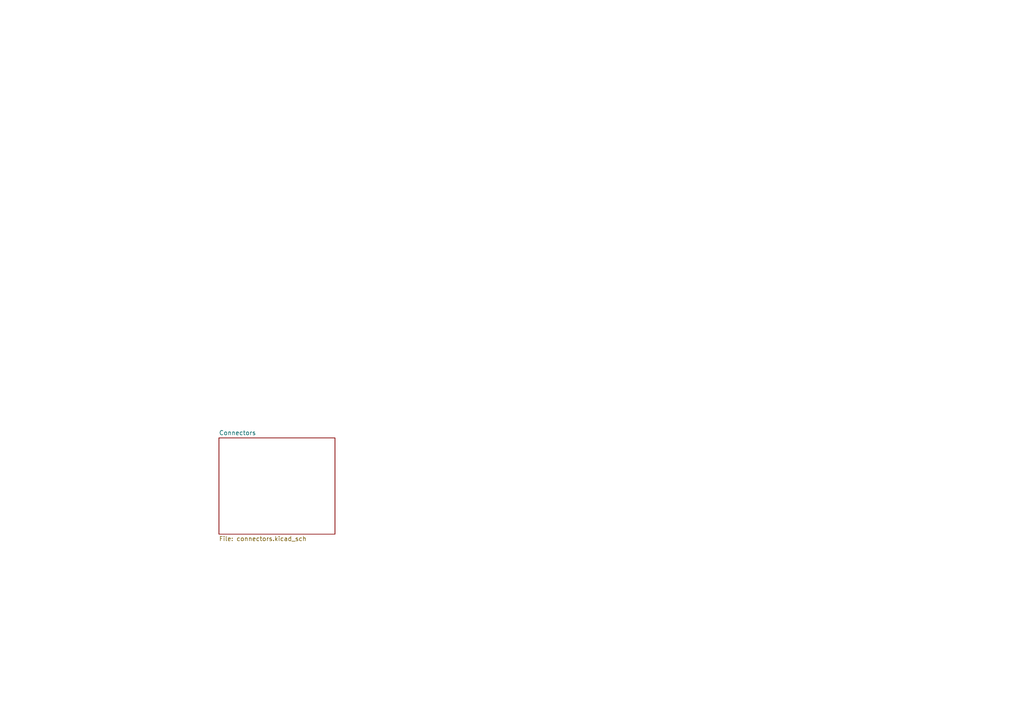
<source format=kicad_sch>
(kicad_sch
	(version 20250114)
	(generator "eeschema")
	(generator_version "9.0")
	(uuid "0212fcc7-ea00-4416-be51-076bc3b0e958")
	(paper "A4")
	(lib_symbols)
	(sheet
		(at 63.5 127)
		(size 33.655 27.94)
		(exclude_from_sim no)
		(in_bom yes)
		(on_board yes)
		(dnp no)
		(fields_autoplaced yes)
		(stroke
			(width 0.1524)
			(type solid)
		)
		(fill
			(color 0 0 0 0.0000)
		)
		(uuid "69a50b1b-9f68-4bf4-8790-05432a5312c8")
		(property "Sheetname" "Connectors"
			(at 63.5 126.2884 0)
			(effects
				(font
					(size 1.27 1.27)
				)
				(justify left bottom)
			)
		)
		(property "Sheetfile" "connectors.kicad_sch"
			(at 63.5 155.5246 0)
			(effects
				(font
					(size 1.27 1.27)
				)
				(justify left top)
			)
		)
		(instances
			(project "mixerboard"
				(path "/0212fcc7-ea00-4416-be51-076bc3b0e958"
					(page "2")
				)
			)
		)
	)
	(sheet_instances
		(path "/"
			(page "1")
		)
	)
	(embedded_fonts no)
)

</source>
